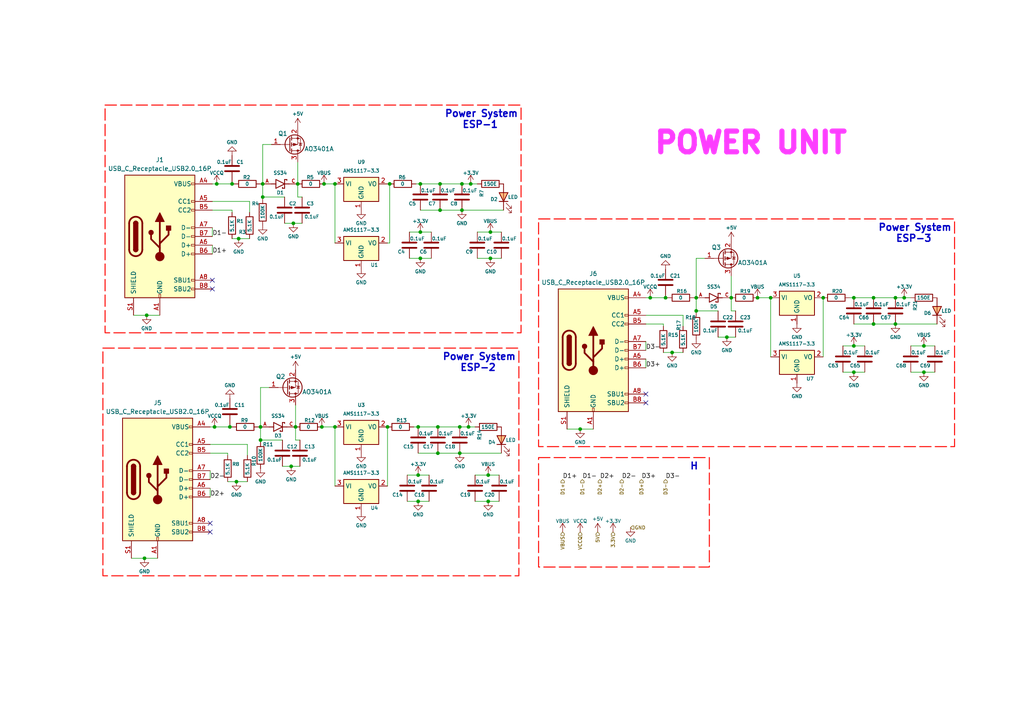
<source format=kicad_sch>
(kicad_sch (version 20230121) (generator eeschema)
  (paper "A4")
  (title_block (title "USB-Power unit") (date "2024-11-28") (rev "V2") (company "KRS_Dharma_bot"))
  (lib_symbols
    (symbol "Connector:USB_C_Receptacle_USB2.0_16P" (pin_names (offset 1.016))
      (property "Reference" "J" (at 0 22.225 0))
      (property "Value" "USB_C_Receptacle_USB2.0_16P" (at 0 19.685 0))
      (symbol "USB_C_Receptacle_USB2.0_16P_1_1"
        (pin passive line (at 0 -22.86 90) (length 5.08) (name "GND") (number "A1"))
        (pin passive line (at 0 -22.86 90) (length 5.08) hide (name "GND") (number "A12"))
        (pin passive line (at 15.24 15.24 180) (length 5.08) (name "VBUS") (number "A4"))
        (pin bidirectional line (at 15.24 10.16 180) (length 5.08) (name "CC1") (number "A5"))
        (pin bidirectional line (at 15.24 -2.54 180) (length 5.08) (name "D+") (number "A6"))
        (pin bidirectional line (at 15.24 2.54 180) (length 5.08) (name "D-") (number "A7"))
        (pin bidirectional line (at 15.24 -12.7 180) (length 5.08) (name "SBU1") (number "A8"))
        (pin passive line (at 15.24 15.24 180) (length 5.08) hide (name "VBUS") (number "A9"))
        (pin passive line (at 0 -22.86 90) (length 5.08) hide (name "GND") (number "B1"))
        (pin passive line (at 0 -22.86 90) (length 5.08) hide (name "GND") (number "B12"))
        (pin passive line (at 15.24 15.24 180) (length 5.08) hide (name "VBUS") (number "B4"))
        (pin bidirectional line (at 15.24 7.62 180) (length 5.08) (name "CC2") (number "B5"))
        (pin bidirectional line (at 15.24 -5.08 180) (length 5.08) (name "D+") (number "B6"))
        (pin bidirectional line (at 15.24 0 180) (length 5.08) (name "D-") (number "B7"))
        (pin bidirectional line (at 15.24 -15.24 180) (length 5.08) (name "SBU2") (number "B8"))
        (pin passive line (at 15.24 15.24 180) (length 5.08) hide (name "VBUS") (number "B9"))
        (pin passive line (at -7.62 -22.86 90) (length 5.08) (name "SHIELD") (number "S1"))
      )
    )
    (symbol "Device:C" (pin_numbers hide) (pin_names (offset 0.254))
      (property "Reference" "C" (at 0.635 2.54 0))
      (property "Value" "C" (at 0.635 -2.54 0))
      (symbol "C_1_1"
        (pin passive line (at 0 3.81 270) (length 2.794) (name "~") (number "1"))
        (pin passive line (at 0 -3.81 90) (length 2.794) (name "~") (number "2"))
      )
    )
    (symbol "Device:LED" (pin_numbers hide) (pin_names (offset 1.016) hide)
      (property "Reference" "D" (at 0 2.54 0))
      (property "Value" "LED" (at 0 -2.54 0))
      (symbol "LED_1_1"
        (pin passive line (at -3.81 0 0) (length 2.54) (name "K") (number "1"))
        (pin passive line (at 3.81 0 180) (length 2.54) (name "A") (number "2"))
      )
    )
    (symbol "Device:R" (pin_numbers hide) (pin_names (offset 0))
      (property "Reference" "R" (at 2.032 0 90))
      (property "Value" "R" (at 0 0 90))
      (symbol "R_1_1"
        (pin passive line (at 0 3.81 270) (length 1.27) (name "~") (number "1"))
        (pin passive line (at 0 -3.81 90) (length 1.27) (name "~") (number "2"))
      )
    )
    (symbol "Regulator_Linear:AMS1117-3.3"
      (property "Reference" "U" (at -3.81 3.175 0))
      (property "Value" "AMS1117-3.3" (at 0 3.175 0))
      (symbol "AMS1117-3.3_1_1"
        (pin power_in line (at 0 -7.62 90) (length 2.54) (name "GND") (number "1"))
        (pin power_out line (at 7.62 0 180) (length 2.54) (name "VO") (number "2"))
        (pin power_in line (at -7.62 0 0) (length 2.54) (name "VI") (number "3"))
      )
    )
    (symbol "SS34:SS34" (pin_names (offset 1.016))
      (property "Reference" "D" (at -5.08 2.54 0))
      (property "Value" "SS34" (at -5.08 -3.81 0))
      (symbol "SS34_0_0"
        (pin passive line (at -5.08 0 0) (length 2.54) (name "~") (number "A"))
        (pin passive line (at 5.08 0 180) (length 2.54) (name "~") (number "C"))
      )
    )
    (symbol "Transistor_FET:AO3401A" (pin_names hide)
      (property "Reference" "Q" (at 5.08 1.905 0))
      (property "Value" "AO3401A" (at 5.08 0 0))
      (symbol "AO3401A_1_1"
        (pin input line (at -5.08 0 0) (length 2.54) (name "G") (number "1"))
        (pin passive line (at 2.54 -5.08 90) (length 2.54) (name "S") (number "2"))
        (pin passive line (at 2.54 5.08 270) (length 2.54) (name "D") (number "3"))
      )
    )
    (symbol "power:+3.3V" (power) (pin_names (offset 0))
      (property "Value" "+3.3V" (at 0 3.556 0))
      (symbol "+3.3V_1_1"
        (pin power_in line (at 0 0 90) (length 0) hide (name "+3.3V") (number "1"))
      )
    )
    (symbol "power:+5V" (power) (pin_names (offset 0))
      (property "Value" "+5V" (at 0 3.556 0))
      (symbol "+5V_1_1"
        (pin power_in line (at 0 0 90) (length 0) hide (name "+5V") (number "1"))
      )
    )
    (symbol "power:GND" (power) (pin_names (offset 0))
      (property "Value" "GND" (at 0 -3.81 0))
      (symbol "GND_1_1"
        (pin power_in line (at 0 0 270) (length 0) hide (name "GND") (number "1"))
      )
    )
    (symbol "power:VBUS" (power) (pin_names (offset 0))
      (property "Value" "VBUS" (at 0 3.81 0))
      (symbol "VBUS_1_1"
        (pin power_in line (at 0 0 90) (length 0) hide (name "VBUS") (number "1"))
      )
    )
    (symbol "power:VCCQ" (power) (pin_names (offset 0))
      (property "Value" "VCCQ" (at 0 3.81 0))
      (symbol "VCCQ_1_1"
        (pin power_in line (at 0 0 90) (length 0) hide (name "VCCQ") (number "1"))
      )
    )
  )
  (junction (at 142.24 74.93))
  (junction (at 85.725 123.825))
  (junction (at 42.545 91.44))
  (junction (at 75.565 123.825))
  (junction (at 62.23 123.825))
  (junction (at 267.97 100.33))
  (junction (at 97.155 53.34))
  (junction (at 133.35 123.825))
  (junction (at 188.595 86.36))
  (junction (at 121.92 74.93))
  (junction (at 136.525 53.34))
  (junction (at 133.985 53.34))
  (junction (at 86.36 53.34))
  (junction (at 219.71 86.36))
  (junction (at 85.09 64.77))
  (junction (at 127.635 60.96))
  (junction (at 133.35 131.445))
  (junction (at 121.92 53.34))
  (junction (at 247.65 100.33))
  (junction (at 66.675 123.825))
  (junction (at 253.365 86.36))
  (junction (at 238.76 86.36))
  (junction (at 247.65 86.36))
  (junction (at 259.715 93.98))
  (junction (at 121.285 123.825))
  (junction (at 84.455 135.255))
  (junction (at 201.93 86.36))
  (junction (at 142.24 67.31))
  (junction (at 97.155 123.825))
  (junction (at 135.89 123.825))
  (junction (at 210.82 97.79))
  (junction (at 76.2 53.34))
  (junction (at 68.58 139.7))
  (junction (at 69.215 69.215))
  (junction (at 253.365 93.98))
  (junction (at 121.92 67.31))
  (junction (at 93.345 123.825))
  (junction (at 262.255 86.36))
  (junction (at 127 131.445))
  (junction (at 75.565 127.635))
  (junction (at 113.03 53.34))
  (junction (at 67.31 53.34))
  (junction (at 141.605 137.795))
  (junction (at 141.605 145.415))
  (junction (at 121.285 137.795))
  (junction (at 267.97 107.95))
  (junction (at 168.275 124.46))
  (junction (at 201.93 90.17))
  (junction (at 121.285 145.415))
  (junction (at 223.52 86.36))
  (junction (at 259.715 86.36))
  (junction (at 62.865 53.34))
  (junction (at 76.2 57.15))
  (junction (at 133.985 60.96))
  (junction (at 193.04 86.36))
  (junction (at 247.65 107.95))
  (junction (at 127 123.825))
  (junction (at 212.09 86.36))
  (junction (at 93.98 53.34))
  (junction (at 112.395 123.825))
  (junction (at 41.91 161.925))
  (junction (at 194.945 102.235))
  (junction (at 127.635 53.34))
  (no_connect (at 61.595 81.28))
  (no_connect (at 60.96 151.765))
  (no_connect (at 187.325 116.84))
  (no_connect (at 60.96 154.305))
  (no_connect (at 187.325 114.3))
  (no_connect (at 61.595 83.82))
  (wire (pts (xy 210.82 97.79) (xy 213.36 97.79)))
  (wire (pts (xy 85.725 127.635) (xy 86.995 127.635)))
  (wire (pts (xy 38.1 161.925) (xy 41.91 161.925)))
  (wire (pts (xy 193.04 86.36) (xy 193.675 86.36)))
  (wire (pts (xy 187.325 91.44) (xy 198.12 91.44)))
  (wire (pts (xy 67.31 53.34) (xy 67.945 53.34)))
  (wire (pts (xy 112.395 53.34) (xy 113.03 53.34)))
  (wire (pts (xy 74.93 123.825) (xy 75.565 123.825)))
  (wire (pts (xy 61.595 60.96) (xy 67.31 60.96)))
  (wire (pts (xy 86.36 53.34) (xy 86.36 57.15)))
  (wire (pts (xy 219.71 86.36) (xy 223.52 86.36)))
  (wire (pts (xy 259.715 93.98) (xy 271.78 93.98)))
  (wire (pts (xy 60.96 141.605) (xy 60.96 144.145)))
  (wire (pts (xy 86.36 46.99) (xy 86.36 53.34)))
  (wire (pts (xy 66.04 131.445) (xy 66.04 132.08)))
  (wire (pts (xy 136.525 53.34) (xy 138.43 53.34)))
  (wire (pts (xy 244.475 107.95) (xy 247.65 107.95)))
  (wire (pts (xy 127.635 60.96) (xy 133.985 60.96)))
  (wire (pts (xy 121.92 67.31) (xy 125.095 67.31)))
  (wire (pts (xy 118.745 74.93) (xy 121.92 74.93)))
  (wire (pts (xy 187.325 104.14) (xy 187.325 106.68)))
  (wire (pts (xy 264.16 100.33) (xy 267.97 100.33)))
  (wire (pts (xy 60.96 131.445) (xy 66.04 131.445)))
  (wire (pts (xy 60.96 128.905) (xy 71.755 128.905)))
  (wire (pts (xy 72.39 58.42) (xy 72.39 61.595)))
  (wire (pts (xy 93.98 53.34) (xy 97.155 53.34)))
  (wire (pts (xy 137.795 137.795) (xy 141.605 137.795)))
  (wire (pts (xy 121.285 123.825) (xy 127 123.825)))
  (wire (pts (xy 66.675 123.19) (xy 66.675 123.825)))
  (wire (pts (xy 69.215 69.215) (xy 72.39 69.215)))
  (wire (pts (xy 135.89 123.825) (xy 137.795 123.825)))
  (wire (pts (xy 85.725 123.825) (xy 85.725 127.635)))
  (wire (pts (xy 66.675 123.825) (xy 67.31 123.825)))
  (wire (pts (xy 141.605 145.415) (xy 144.78 145.415)))
  (wire (pts (xy 112.395 70.485) (xy 113.03 70.485)))
  (wire (pts (xy 97.155 53.34) (xy 97.155 70.485)))
  (wire (pts (xy 187.325 93.98) (xy 192.405 93.98)))
  (wire (pts (xy 194.945 102.235) (xy 198.12 102.235)))
  (wire (pts (xy 201.93 86.36) (xy 201.93 90.17)))
  (wire (pts (xy 212.09 86.36) (xy 212.09 90.17)))
  (wire (pts (xy 141.605 137.795) (xy 144.78 137.795)))
  (wire (pts (xy 121.92 60.96) (xy 127.635 60.96)))
  (wire (pts (xy 75.565 112.395) (xy 75.565 123.825)))
  (wire (pts (xy 85.09 64.77) (xy 87.63 64.77)))
  (wire (pts (xy 262.255 86.36) (xy 264.16 86.36)))
  (wire (pts (xy 121.285 123.825) (xy 120.015 123.825)))
  (wire (pts (xy 201.93 90.17) (xy 201.93 90.805)))
  (wire (pts (xy 41.91 161.925) (xy 45.72 161.925)))
  (wire (pts (xy 68.58 139.7) (xy 71.755 139.7)))
  (wire (pts (xy 121.92 53.34) (xy 127.635 53.34)))
  (wire (pts (xy 133.985 53.34) (xy 136.525 53.34)))
  (wire (pts (xy 71.755 128.905) (xy 71.755 132.08)))
  (wire (pts (xy 62.865 53.34) (xy 67.31 53.34)))
  (wire (pts (xy 137.795 145.415) (xy 141.605 145.415)))
  (wire (pts (xy 76.2 53.34) (xy 76.2 57.15)))
  (wire (pts (xy 118.11 145.415) (xy 121.285 145.415)))
  (wire (pts (xy 81.915 135.255) (xy 84.455 135.255)))
  (wire (pts (xy 66.04 139.7) (xy 68.58 139.7)))
  (wire (pts (xy 75.565 127.635) (xy 75.565 128.27)))
  (wire (pts (xy 61.595 58.42) (xy 72.39 58.42)))
  (wire (pts (xy 97.155 123.825) (xy 97.155 140.97)))
  (wire (pts (xy 76.2 57.15) (xy 76.2 57.785)))
  (wire (pts (xy 187.325 86.36) (xy 188.595 86.36)))
  (wire (pts (xy 253.365 93.98) (xy 259.715 93.98)))
  (wire (pts (xy 247.65 100.33) (xy 250.825 100.33)))
  (wire (pts (xy 267.97 100.33) (xy 271.145 100.33)))
  (wire (pts (xy 244.475 100.33) (xy 247.65 100.33)))
  (wire (pts (xy 67.31 69.215) (xy 69.215 69.215)))
  (wire (pts (xy 82.55 64.77) (xy 85.09 64.77)))
  (wire (pts (xy 247.65 93.98) (xy 253.365 93.98)))
  (wire (pts (xy 193.04 85.725) (xy 193.04 86.36)))
  (wire (pts (xy 121.285 137.795) (xy 124.46 137.795)))
  (wire (pts (xy 192.405 93.98) (xy 192.405 94.615)))
  (wire (pts (xy 168.275 124.46) (xy 172.085 124.46)))
  (wire (pts (xy 164.465 124.46) (xy 168.275 124.46)))
  (wire (pts (xy 76.2 57.15) (xy 82.55 57.15)))
  (wire (pts (xy 259.715 86.36) (xy 262.255 86.36)))
  (wire (pts (xy 62.23 123.825) (xy 66.675 123.825)))
  (wire (pts (xy 133.35 123.825) (xy 135.89 123.825)))
  (wire (pts (xy 247.65 107.95) (xy 250.825 107.95)))
  (wire (pts (xy 127.635 53.34) (xy 133.985 53.34)))
  (wire (pts (xy 86.36 57.15) (xy 87.63 57.15)))
  (wire (pts (xy 76.2 41.91) (xy 78.74 41.91)))
  (wire (pts (xy 201.93 74.93) (xy 201.93 86.36)))
  (wire (pts (xy 75.565 112.395) (xy 78.105 112.395)))
  (wire (pts (xy 113.03 70.485) (xy 113.03 53.34)))
  (wire (pts (xy 133.35 131.445) (xy 145.415 131.445)))
  (wire (pts (xy 76.2 41.91) (xy 76.2 53.34)))
  (wire (pts (xy 192.405 102.235) (xy 194.945 102.235)))
  (wire (pts (xy 133.985 60.96) (xy 146.05 60.96)))
  (wire (pts (xy 67.31 60.96) (xy 67.31 61.595)))
  (wire (pts (xy 84.455 135.255) (xy 86.995 135.255)))
  (wire (pts (xy 142.24 74.93) (xy 145.415 74.93)))
  (wire (pts (xy 212.09 80.01) (xy 212.09 86.36)))
  (wire (pts (xy 208.28 97.79) (xy 210.82 97.79)))
  (wire (pts (xy 121.92 53.34) (xy 120.65 53.34)))
  (wire (pts (xy 238.76 86.36) (xy 238.76 103.505)))
  (wire (pts (xy 187.325 99.06) (xy 187.325 101.6)))
  (wire (pts (xy 223.52 86.36) (xy 223.52 103.505)))
  (wire (pts (xy 118.11 137.795) (xy 121.285 137.795)))
  (wire (pts (xy 121.285 145.415) (xy 124.46 145.415)))
  (wire (pts (xy 127 131.445) (xy 133.35 131.445)))
  (wire (pts (xy 42.545 91.44) (xy 46.355 91.44)))
  (wire (pts (xy 75.565 53.34) (xy 76.2 53.34)))
  (wire (pts (xy 267.97 107.95) (xy 271.145 107.95)))
  (wire (pts (xy 121.285 131.445) (xy 127 131.445)))
  (wire (pts (xy 212.09 90.17) (xy 213.36 90.17)))
  (wire (pts (xy 127 123.825) (xy 133.35 123.825)))
  (wire (pts (xy 75.565 123.825) (xy 75.565 127.635)))
  (wire (pts (xy 93.345 123.825) (xy 97.155 123.825)))
  (wire (pts (xy 75.565 127.635) (xy 81.915 127.635)))
  (wire (pts (xy 61.595 71.12) (xy 61.595 73.66)))
  (wire (pts (xy 112.395 123.825) (xy 112.395 140.97)))
  (wire (pts (xy 38.735 91.44) (xy 42.545 91.44)))
  (wire (pts (xy 201.93 90.17) (xy 208.28 90.17)))
  (wire (pts (xy 247.65 86.36) (xy 253.365 86.36)))
  (wire (pts (xy 138.43 67.31) (xy 142.24 67.31)))
  (wire (pts (xy 201.93 74.93) (xy 204.47 74.93)))
  (wire (pts (xy 198.12 91.44) (xy 198.12 94.615)))
  (wire (pts (xy 61.595 66.04) (xy 61.595 68.58)))
  (wire (pts (xy 121.92 74.93) (xy 125.095 74.93)))
  (wire (pts (xy 61.595 53.34) (xy 62.865 53.34)))
  (wire (pts (xy 138.43 74.93) (xy 142.24 74.93)))
  (wire (pts (xy 85.725 117.475) (xy 85.725 123.825)))
  (wire (pts (xy 60.96 123.825) (xy 62.23 123.825)))
  (wire (pts (xy 253.365 86.36) (xy 259.715 86.36)))
  (wire (pts (xy 142.24 67.31) (xy 145.415 67.31)))
  (wire (pts (xy 60.96 136.525) (xy 60.96 139.065)))
  (wire (pts (xy 264.16 107.95) (xy 267.97 107.95)))
  (wire (pts (xy 118.745 67.31) (xy 121.92 67.31)))
  (wire (pts (xy 67.31 52.705) (xy 67.31 53.34)))
  (wire (pts (xy 247.65 86.36) (xy 246.38 86.36)))
  (wire (pts (xy 188.595 86.36) (xy 193.04 86.36)))
  (wire (pts (xy 201.295 86.36) (xy 201.93 86.36)))
  (rectangle (start 156.21 132.715) (end 205.74 164.465) (stroke (width 0.3) (type dash) (color 255 16 12 1)))
  (rectangle (start 156.21 63.5) (end 276.86 129.54) (stroke (width 0.3) (type dash) (color 255 16 12 1)))
  (rectangle (start 30.48 30.48) (end 151.13 96.52) (stroke (width 0.3) (type dash) (color 255 16 12 1)))
  (rectangle (start 29.845 100.965) (end 150.495 167.005) (stroke (width 0.3) (type dash) (color 255 16 12 1)))
  (text "POWER UNIT\n" (at 189.23 45.085 0) (effects (font (size 6 6) (thickness 1.6) bold) (justify left bottom)))
  (text "H\n" (at 200.025 136.525 0) (effects (font (size 2 2) (thickness 0.4) bold) (justify left bottom)))
  (text "Power System\n" (at 254.635 67.31 0) (effects (font (size 2 2) (thickness 0.4) bold) (justify left bottom)))
  (text "ESP-1" (at 133.985 37.465 0) (effects (font (size 2 2) (thickness 0.4) bold) (justify left bottom)))
  (text "Power System\n" (at 128.27 104.775 0) (effects (font (size 2 2) (thickness 0.4) bold) (justify left bottom)))
  (text "Power System\n" (at 128.905 34.29 0) (effects (font (size 2 2) (thickness 0.4) bold) (justify left bottom)))
  (text "ESP-2\n" (at 133.35 107.95 0) (effects (font (size 2 2) (thickness 0.4) bold) (justify left bottom)))
  (text "ESP-3" (at 259.715 70.485 0) (effects (font (size 2 2) (thickness 0.4) bold) (justify left bottom)))
  (label "D2+" (at 60.96 144.145 0))
  (label "D1-" (at 61.595 68.58 0))
  (label "D1-" (at 168.91 139.065 0))
  (label "D3-" (at 193.04 139.065 0))
  (label "D2-" (at 180.34 139.065 0))
  (label "D2+" (at 173.99 139.065 0))
  (label "D3+" (at 186.055 139.065 0))
  (label "D2-" (at 60.96 139.065 0))
  (label "D1+" (at 61.595 73.66 0))
  (label "D3-" (at 187.325 101.6 0))
  (label "D1+" (at 163.195 139.065 0))
  (label "D3+" (at 187.325 106.68 0))
  (hierarchical_label "5V" (shape input) (at 173.355 154.305 270) (effects (font (size 1 1))))
  (hierarchical_label "D3-" (shape input) (at 193.04 139.065 270) (effects (font (size 1 1))))
  (hierarchical_label "D2+" (shape input) (at 173.99 139.065 270) (effects (font (size 1 1))))
  (hierarchical_label "3.3V" (shape input) (at 177.8 154.305 270) (effects (font (size 1 1))))
  (hierarchical_label "GND" (shape input) (at 182.88 153.035 0) (effects (font (size 1 1))))
  (hierarchical_label "VCCQ" (shape input) (at 168.275 154.305 270) (effects (font (size 1 1))))
  (hierarchical_label "D3+" (shape input) (at 186.055 139.065 270) (effects (font (size 1 1))))
  (hierarchical_label "VBUS" (shape input) (at 163.195 154.305 270) (effects (font (size 1 1))))
  (hierarchical_label "D1-" (shape input) (at 168.91 139.065 270) (effects (font (size 1 1))))
  (hierarchical_label "D2-" (shape input) (at 180.34 139.065 270) (effects (font (size 1 1))))
  (hierarchical_label "D1+" (shape input) (at 163.195 139.065 270) (effects (font (size 1 1))))
  (symbol (lib_id "Device:C") (at 125.095 71.12 0) (unit 1)
    (property "Reference" "C6" (at 123.825 73.025 0) (effects (font (size 1 1)) (justify right)))
    (property "Value" "0.1uF" (at 129.54 69.215 0) (effects (font (size 1 1)) (justify right)))
    (property "Footprint" "Capacitor_SMD:C_0402_1005Metric" (effects hide))
  )
  (symbol (lib_id "Device:C") (at 138.43 71.12 0) (unit 1)
    (property "Reference" "C9" (at 137.16 73.025 0) (effects (font (size 1 1)) (justify right)))
    (property "Value" "0.1uF" (at 142.875 69.215 0) (effects (font (size 1 1)) (justify right)))
    (property "Footprint" "Capacitor_SMD:C_0402_1005Metric" (effects hide))
  )
  (symbol (lib_id "Device:C") (at 81.915 131.445 180) (unit 1)
    (property "Reference" "C12" (at 83.185 129.54 0) (effects (font (size 1 1)) (justify right)))
    (property "Value" "0.1uF" (at 77.47 133.35 0) (effects (font (size 1 1)) (justify right)))
    (property "Footprint" "Capacitor_SMD:C_0402_1005Metric" (effects hide))
  )
  (symbol (lib_id "power:VCCQ") (at 62.865 53.34 0) (unit 1)
    (property "Reference" "#PWR07" (effects hide))
    (property "Value" "VCCQ" (at 62.865 50.165 0) (effects (font (size 1 1))))
  )
  (symbol (lib_id "Device:C") (at 82.55 60.96 180) (unit 1)
    (property "Reference" "C2" (at 83.82 59.055 0) (effects (font (size 1 1)) (justify right)))
    (property "Value" "0.1uF" (at 78.105 62.865 0) (effects (font (size 1 1)) (justify right)))
    (property "Footprint" "Capacitor_SMD:C_0402_1005Metric" (effects hide))
  )
  (symbol (lib_id "Device:R") (at 141.605 123.825 90) (unit 1)
    (property "Reference" "R14" (at 139.065 127.635 0) (effects (font (size 1 1)) (justify left)))
    (property "Value" "150E" (at 143.51 123.825 90) (effects (font (size 1 1)) (justify left)))
    (property "Footprint" "Resistor_SMD:R_0402_1005Metric" (effects hide))
  )
  (symbol (lib_id "Regulator_Linear:AMS1117-3.3") (at 104.775 123.825 0) (unit 1)
    (property "Reference" "U3" (at 104.775 117.475 0) (effects (font (size 1 1))))
    (property "Value" "AMS1117-3.3" (at 104.775 120.015 0) (effects (font (size 1 1))))
    (property "Footprint" "Package_TO_SOT_SMD:SOT-223-3_TabPin2" (effects hide))
    (property "Datasheet" "http://www.advanced-monolithic.com/pdf/ds1117.pdf" (effects hide))
  )
  (symbol (lib_id "power:GND") (at 104.775 131.445 0) (unit 1)
    (property "Reference" "#PWR010" (effects hide))
    (property "Value" "GND" (at 104.775 135.255 0) (effects (font (size 1 1))))
  )
  (symbol (lib_id "Device:C") (at 247.65 90.17 0) (unit 1)
    (property "Reference" "C64" (at 246.38 92.075 0) (effects (font (size 1 1)) (justify right)))
    (property "Value" "0.1uF" (at 252.095 88.265 0) (effects (font (size 1 1)) (justify right)))
    (property "Footprint" "Capacitor_SMD:C_0402_1005Metric" (effects hide))
  )
  (symbol (lib_id "Device:C") (at 137.795 141.605 0) (unit 1)
    (property "Reference" "C19" (at 136.525 143.51 0) (effects (font (size 1 1)) (justify right)))
    (property "Value" "0.1uF" (at 142.24 139.7 0) (effects (font (size 1 1)) (justify right)))
    (property "Footprint" "Capacitor_SMD:C_0402_1005Metric" (effects hide))
  )
  (symbol (lib_id "power:GND") (at 141.605 145.415 0) (unit 1)
    (property "Reference" "#PWR031" (effects hide))
    (property "Value" "GND" (at 141.605 149.225 0) (effects (font (size 1 1))))
  )
  (symbol (lib_id "Device:LED") (at 145.415 127.635 90) (unit 1)
    (property "Reference" "D4" (at 141.605 128.27 90) (effects (font (size 1 1)) (justify right)))
    (property "Value" "LED" (at 146.685 127.635 90) (effects (font (size 1 1)) (justify right)))
    (property "Footprint" "LED_SMD:LED_0402_1005Metric" (effects hide))
  )
  (symbol (lib_id "power:GND") (at 182.88 153.035 0) (unit 1)
    (property "Reference" "#PWR0212" (effects hide))
    (property "Value" "GND" (at 182.88 156.845 0) (effects (font (size 1 1))))
  )
  (symbol (lib_id "power:VBUS") (at 93.98 53.34 0) (unit 1)
    (property "Reference" "#PWR08" (effects hide))
    (property "Value" "VBUS" (at 93.98 50.165 0) (effects (font (size 1 1))))
  )
  (symbol (lib_id "power:GND") (at 69.215 69.215 0) (unit 1)
    (property "Reference" "#PWR04" (effects hide))
    (property "Value" "GND" (at 69.215 73.025 0) (effects (font (size 1 1))))
  )
  (symbol (lib_id "Device:C") (at 271.145 104.14 0) (unit 1)
    (property "Reference" "C69" (at 269.875 106.045 0) (effects (font (size 1 1)) (justify right)))
    (property "Value" "0.1uF" (at 275.59 102.235 0) (effects (font (size 1 1)) (justify right)))
    (property "Footprint" "Capacitor_SMD:C_0402_1005Metric" (effects hide))
  )
  (symbol (lib_id "power:VBUS") (at 141.605 137.795 0) (unit 1)
    (property "Reference" "#PWR030" (effects hide))
    (property "Value" "VBUS" (at 141.605 134.62 0) (effects (font (size 1 1))))
  )
  (symbol (lib_id "Device:R") (at 72.39 65.405 0) (unit 1)
    (property "Reference" "R3" (at 69.215 67.31 0) (effects (font (size 1 1)) (justify left)))
    (property "Value" "5.1K" (at 72.39 67.31 90) (effects (font (size 1 1)) (justify left)))
    (property "Footprint" "Resistor_SMD:R_0402_1005Metric" (effects hide))
  )
  (symbol (lib_id "power:+5V") (at 212.09 69.85 0) (unit 1)
    (property "Reference" "#PWR038" (effects hide))
    (property "Value" "+5V" (at 212.09 66.04 0) (effects (font (size 1 1))))
  )
  (symbol (lib_id "Device:C") (at 250.825 104.14 0) (unit 1)
    (property "Reference" "C65" (at 249.555 106.045 0) (effects (font (size 1 1)) (justify right)))
    (property "Value" "0.1uF" (at 255.27 102.235 0) (effects (font (size 1 1)) (justify right)))
    (property "Footprint" "Capacitor_SMD:C_0402_1005Metric" (effects hide))
  )
  (symbol (lib_id "Device:C") (at 244.475 104.14 0) (unit 1)
    (property "Reference" "C63" (at 243.205 106.045 0) (effects (font (size 1 1)) (justify right)))
    (property "Value" "0.1uF" (at 248.92 102.235 0) (effects (font (size 1 1)) (justify right)))
    (property "Footprint" "Capacitor_SMD:C_0402_1005Metric" (effects hide))
  )
  (symbol (lib_id "Device:R") (at 71.755 53.34 270) (unit 1)
    (property "Reference" "R2" (at 70.485 51.435 90) (effects (font (size 1 1)) (justify left)))
    (property "Value" "0" (at 71.12 53.34 90) (effects (font (size 1 1)) (justify left)))
    (property "Footprint" "Resistor_SMD:R_0402_1005Metric" (effects hide))
  )
  (symbol (lib_id "power:GND") (at 231.14 111.125 0) (unit 1)
    (property "Reference" "#PWR040" (effects hide))
    (property "Value" "GND" (at 231.14 114.935 0) (effects (font (size 1 1))))
  )
  (symbol (lib_id "Transistor_FET:AO3401A") (at 83.185 112.395 0) (mirror x) (unit 1)
    (property "Reference" "Q2" (at 80.01 109.22 0) (effects (justify left)))
    (property "Value" "AO3401A" (at 87.63 113.665 0) (effects (justify left)))
    (property "Footprint" "Package_TO_SOT_SMD:SOT-23" (effects hide))
    (property "Datasheet" "http://www.aosmd.com/pdfs/datasheet/AO3401A.pdf" (effects hide))
  )
  (symbol (lib_id "Device:R") (at 198.12 98.425 0) (unit 1)
    (property "Reference" "R17" (at 196.85 95.885 90) (effects (font (size 1 1)) (justify left)))
    (property "Value" "5.1K" (at 198.12 100.33 90) (effects (font (size 1 1)) (justify left)))
    (property "Footprint" "Resistor_SMD:R_0402_1005Metric" (effects hide))
  )
  (symbol (lib_id "Device:R") (at 71.755 135.89 0) (unit 1)
    (property "Reference" "R10" (at 73.66 135.255 90) (effects (font (size 1 1)) (justify left)))
    (property "Value" "5.1K" (at 71.755 137.795 90) (effects (font (size 1 1)) (justify left)))
    (property "Footprint" "Resistor_SMD:R_0402_1005Metric" (effects hide))
  )
  (symbol (lib_id "power:GND") (at 193.04 78.105 180) (unit 1)
    (property "Reference" "#PWR034" (effects hide))
    (property "Value" "GND" (at 193.04 74.295 0) (effects (font (size 1 1))))
  )
  (symbol (lib_id "power:+5V") (at 86.36 36.83 0) (unit 1)
    (property "Reference" "#PWR069" (effects hide))
    (property "Value" "+5V" (at 86.36 33.02 0) (effects (font (size 1 1))))
  )
  (symbol (lib_id "power:VBUS") (at 93.345 123.825 0) (unit 1)
    (property "Reference" "#PWR023" (effects hide))
    (property "Value" "VBUS" (at 93.345 120.65 0) (effects (font (size 1 1))))
  )
  (symbol (lib_id "Device:C") (at 66.675 119.38 180) (unit 1)
    (property "Reference" "C11" (at 67.945 117.475 0) (effects (font (size 1 1)) (justify right)))
    (property "Value" "0.1uF" (at 62.23 117.475 0) (effects (font (size 1 1)) (justify right)))
    (property "Footprint" "Capacitor_SMD:C_0402_1005Metric" (effects hide))
  )
  (symbol (lib_id "Device:C") (at 127.635 57.15 0) (unit 1)
    (property "Reference" "C7" (at 126.365 59.055 0) (effects (font (size 1 1)) (justify right)))
    (property "Value" "0.1uF" (at 132.08 55.245 0) (effects (font (size 1 1)) (justify right)))
    (property "Footprint" "Capacitor_SMD:C_0402_1005Metric" (effects hide))
  )
  (symbol (lib_id "Device:C") (at 121.285 127.635 0) (unit 1)
    (property "Reference" "C15" (at 120.015 129.54 0) (effects (font (size 1 1)) (justify right)))
    (property "Value" "0.1uF" (at 125.73 125.73 0) (effects (font (size 1 1)) (justify right)))
    (property "Footprint" "Capacitor_SMD:C_0402_1005Metric" (effects hide))
  )
  (symbol (lib_id "Device:C") (at 264.16 104.14 0) (unit 1)
    (property "Reference" "C68" (at 262.89 106.045 0) (effects (font (size 1 1)) (justify right)))
    (property "Value" "0.1uF" (at 268.605 102.235 0) (effects (font (size 1 1)) (justify right)))
    (property "Footprint" "Capacitor_SMD:C_0402_1005Metric" (effects hide))
  )
  (symbol (lib_id "Device:C") (at 253.365 90.17 0) (unit 1)
    (property "Reference" "C66" (at 252.095 92.075 0) (effects (font (size 1 1)) (justify right)))
    (property "Value" "0.1uF" (at 257.81 88.265 0) (effects (font (size 1 1)) (justify right)))
    (property "Footprint" "Capacitor_SMD:C_0402_1005Metric" (effects hide))
  )
  (symbol (lib_id "Device:C") (at 118.745 71.12 0) (unit 1)
    (property "Reference" "C4" (at 117.475 73.025 0) (effects (font (size 1 1)) (justify right)))
    (property "Value" "0.1uF" (at 123.19 69.215 0) (effects (font (size 1 1)) (justify right)))
    (property "Footprint" "Capacitor_SMD:C_0402_1005Metric" (effects hide))
  )
  (symbol (lib_id "power:VCCQ") (at 62.23 123.825 0) (unit 1)
    (property "Reference" "#PWR017" (effects hide))
    (property "Value" "VCCQ" (at 62.23 120.65 0) (effects (font (size 1 1))))
  )
  (symbol (lib_id "Regulator_Linear:AMS1117-3.3") (at 104.775 140.97 0) (unit 1)
    (property "Reference" "U4" (at 108.585 147.32 0) (effects (font (size 1 1))))
    (property "Value" "AMS1117-3.3" (at 104.775 137.16 0) (effects (font (size 1 1))))
    (property "Footprint" "Package_TO_SOT_SMD:SOT-223-3_TabPin2" (effects hide))
    (property "Datasheet" "http://www.advanced-monolithic.com/pdf/ds1117.pdf" (effects hide))
  )
  (symbol (lib_id "power:GND") (at 133.985 60.96 0) (unit 1)
    (property "Reference" "#PWR013" (effects hide))
    (property "Value" "GND" (at 133.985 64.77 0) (effects (font (size 1 1))))
  )
  (symbol (lib_id "Device:C") (at 121.92 57.15 0) (unit 1)
    (property "Reference" "C5" (at 120.65 59.055 0) (effects (font (size 1 1)) (justify right)))
    (property "Value" "0.1uF" (at 126.365 55.245 0) (effects (font (size 1 1)) (justify right)))
    (property "Footprint" "Capacitor_SMD:C_0402_1005Metric" (effects hide))
  )
  (symbol (lib_id "power:GND") (at 84.455 135.255 0) (unit 1)
    (property "Reference" "#PWR021" (effects hide))
    (property "Value" "GND" (at 84.455 139.065 0) (effects (font (size 1 1))))
  )
  (symbol (lib_id "power:GND") (at 121.92 74.93 0) (unit 1)
    (property "Reference" "#PWR012" (effects hide))
    (property "Value" "GND" (at 121.92 78.74 0) (effects (font (size 1 1))))
  )
  (symbol (lib_id "power:VBUS") (at 163.195 154.305 0) (unit 1)
    (property "Reference" "#PWR0211" (effects hide))
    (property "Value" "VBUS" (at 163.195 151.13 0) (effects (font (size 1 1))))
  )
  (symbol (lib_id "Device:R") (at 67.31 65.405 0) (unit 1)
    (property "Reference" "R1" (at 68.58 64.135 0) (effects (font (size 1 1)) (justify left)))
    (property "Value" "5.1K" (at 67.31 67.31 90) (effects (font (size 1 1)) (justify left)))
    (property "Footprint" "Resistor_SMD:R_0402_1005Metric" (effects hide))
  )
  (symbol (lib_id "power:GND") (at 267.97 107.95 0) (unit 1)
    (property "Reference" "#PWR064" (effects hide))
    (property "Value" "GND" (at 267.97 111.76 0) (effects (font (size 1 1))))
  )
  (symbol (lib_id "Device:C") (at 145.415 71.12 0) (unit 1)
    (property "Reference" "C10" (at 144.145 73.025 0) (effects (font (size 1 1)) (justify right)))
    (property "Value" "0.1uF" (at 149.86 69.215 0) (effects (font (size 1 1)) (justify right)))
    (property "Footprint" "Capacitor_SMD:C_0402_1005Metric" (effects hide))
  )
  (symbol (lib_id "power:GND") (at 68.58 139.7 0) (unit 1)
    (property "Reference" "#PWR019" (effects hide))
    (property "Value" "GND" (at 68.58 143.51 0) (effects (font (size 1 1))))
  )
  (symbol (lib_id "power:GND") (at 104.775 148.59 0) (unit 1)
    (property "Reference" "#PWR024" (effects hide))
    (property "Value" "GND" (at 104.775 152.4 0) (effects (font (size 1 1))))
  )
  (symbol (lib_id "Device:C") (at 259.715 90.17 0) (unit 1)
    (property "Reference" "C67" (at 258.445 92.075 0) (effects (font (size 1 1)) (justify right)))
    (property "Value" "0.1uF" (at 264.16 88.265 0) (effects (font (size 1 1)) (justify right)))
    (property "Footprint" "Capacitor_SMD:C_0402_1005Metric" (effects hide))
  )
  (symbol (lib_id "power:GND") (at 76.2 65.405 0) (unit 1)
    (property "Reference" "#PWR05" (effects hide))
    (property "Value" "GND" (at 76.2 69.215 0) (effects (font (size 1 1))))
  )
  (symbol (lib_id "power:VBUS") (at 219.71 86.36 0) (unit 1)
    (property "Reference" "#PWR039" (effects hide))
    (property "Value" "VBUS" (at 219.71 83.185 0) (effects (font (size 1 1))))
  )
  (symbol (lib_id "power:GND") (at 104.775 78.105 0) (unit 1)
    (property "Reference" "#PWR072" (effects hide))
    (property "Value" "GND" (at 104.775 81.915 0) (effects (font (size 1 1))))
  )
  (symbol (lib_id "power:GND") (at 41.91 161.925 0) (unit 1)
    (property "Reference" "#PWR02" (effects hide))
    (property "Value" "GND" (at 41.91 165.735 0) (effects (font (size 1 1))))
  )
  (symbol (lib_id "Device:R") (at 76.2 61.595 0) (unit 1)
    (property "Reference" "R4" (at 73.025 59.055 0) (effects (font (size 1 1)) (justify left)))
    (property "Value" "100K" (at 76.2 63.5 90) (effects (font (size 1 1)) (justify left)))
    (property "Footprint" "Resistor_SMD:R_0402_1005Metric" (effects hide))
  )
  (symbol (lib_id "Device:R") (at 201.93 94.615 0) (unit 1)
    (property "Reference" "R18" (at 198.755 92.075 0) (effects (font (size 1 1)) (justify left)))
    (property "Value" "100K" (at 201.93 96.52 90) (effects (font (size 1 1)) (justify left)))
    (property "Footprint" "Resistor_SMD:R_0402_1005Metric" (effects hide))
  )
  (symbol (lib_id "power:+3.3V") (at 247.65 100.33 0) (unit 1)
    (property "Reference" "#PWR042" (effects hide))
    (property "Value" "+3.3V" (at 247.65 97.155 0) (effects (font (size 1 1))))
  )
  (symbol (lib_id "SS34:SS34") (at 80.645 123.825 0) (unit 1)
    (property "Reference" "D3" (at 80.645 126.365 0) (effects (font (size 1 1))))
    (property "Value" "SS34" (at 80.645 120.65 0) (effects (font (size 1 1))))
    (property "Footprint" "Button_Switch_SMD:P25_DO-214AC_SMA" (effects hide))
    (property "MF" "onsemi" (effects hide))
    (property "SNAPEDA_PACKAGE_ID" "36301" (effects hide))
    (property "Package" "SMC-2 ON Semiconductor" (effects hide))
    (property "Price" "None" (effects hide))
    (property "Check_prices" "https://www.snapeda.com/parts/SS34/Onsemi/view-part/?ref=eda" (effects hide))
    (property "STANDARD" "IPC-7351B" (effects hide))
    (property "PARTREV" "31 Aug 2016" (effects hide))
    (property "SnapEDA_Link" "https://www.snapeda.com/parts/SS34/Onsemi/view-part/?ref=snap" (effects hide))
    (property "MP" "SS34" (effects hide))
    (property "Description" "\n                        \n                            Diode Schottky 40 V 3A Surface Mount SMC (DO-214AB)\n                        \n" (effects hide))
    (property "MANUFACTURER" "On Semiconductor" (effects hide))
    (property "Availability" "In Stock" (effects hide))
    (property "MAXIMUM_PACKAGE_HEIGHT" "2.65mm" (effects hide))
  )
  (symbol (lib_id "Transistor_FET:AO3401A") (at 209.55 74.93 0) (mirror x) (unit 1)
    (property "Reference" "Q3" (at 206.375 71.755 0) (effects (justify left)))
    (property "Value" "AO3401A" (at 213.995 76.2 0) (effects (justify left)))
    (property "Footprint" "Package_TO_SOT_SMD:SOT-23" (effects hide))
    (property "Datasheet" "http://www.aosmd.com/pdfs/datasheet/AO3401A.pdf" (effects hide))
  )
  (symbol (lib_id "power:GND") (at 66.675 115.57 180) (unit 1)
    (property "Reference" "#PWR018" (effects hide))
    (property "Value" "GND" (at 66.675 111.76 0) (effects (font (size 1 1))))
  )
  (symbol (lib_id "Device:C") (at 118.11 141.605 0) (unit 1)
    (property "Reference" "C14" (at 116.84 143.51 0) (effects (font (size 1 1)) (justify right)))
    (property "Value" "0.1uF" (at 122.555 139.7 0) (effects (font (size 1 1)) (justify right)))
    (property "Footprint" "Capacitor_SMD:C_0402_1005Metric" (effects hide))
  )
  (symbol (lib_id "Device:C") (at 67.31 48.895 180) (unit 1)
    (property "Reference" "C1" (at 68.58 46.99 0) (effects (font (size 1 1)) (justify right)))
    (property "Value" "0.1uF" (at 62.865 46.99 0) (effects (font (size 1 1)) (justify right)))
    (property "Footprint" "Capacitor_SMD:C_0402_1005Metric" (effects hide))
  )
  (symbol (lib_id "power:VBUS") (at 142.24 67.31 0) (unit 1)
    (property "Reference" "#PWR015" (effects hide))
    (property "Value" "VBUS" (at 142.24 64.135 0) (effects (font (size 1 1))))
  )
  (symbol (lib_id "Connector:USB_C_Receptacle_USB2.0_16P") (at 45.72 139.065 0) (unit 1)
    (property "Reference" "J5" (at 45.72 116.84 0))
    (property "Value" "USB_C_Receptacle_USB2.0_16P" (at 45.72 119.38 0))
    (property "Footprint" "Connector_USB:USB_C_Receptacle_GCT_USB4105-xx-A_16P_TopMnt_Horizontal" (effects hide))
    (property "Datasheet" "https://www.usb.org/sites/default/files/documents/usb_type-c.zip" (effects hide))
  )
  (symbol (lib_id "power:GND") (at 67.31 45.085 180) (unit 1)
    (property "Reference" "#PWR03" (effects hide))
    (property "Value" "GND" (at 67.31 41.275 0) (effects (font (size 1 1))))
  )
  (symbol (lib_id "power:VBUS") (at 267.97 100.33 0) (unit 1)
    (property "Reference" "#PWR063" (effects hide))
    (property "Value" "VBUS" (at 267.97 97.155 0) (effects (font (size 1 1))))
  )
  (symbol (lib_id "Device:C") (at 213.36 93.98 180) (unit 1)
    (property "Reference" "C23" (at 214.63 92.075 0) (effects (font (size 1 1)) (justify right)))
    (property "Value" "0.1uF" (at 213.995 95.885 0) (effects (font (size 1 1)) (justify right)))
    (property "Footprint" "Capacitor_SMD:C_0402_1005Metric" (effects hide))
  )
  (symbol (lib_id "Device:LED") (at 146.05 57.15 90) (unit 1)
    (property "Reference" "D2" (at 142.24 57.785 90) (effects (font (size 1 1)) (justify right)))
    (property "Value" "LED" (at 147.32 57.15 90) (effects (font (size 1 1)) (justify right)))
    (property "Footprint" "LED_SMD:LED_0402_1005Metric" (effects hide))
  )
  (symbol (lib_id "power:+3.3V") (at 136.525 53.34 0) (unit 1)
    (property "Reference" "#PWR014" (effects hide))
    (property "Value" "+3.3V" (at 136.525 50.165 0) (effects (font (size 1 1))))
  )
  (symbol (lib_id "Device:C") (at 144.78 141.605 0) (unit 1)
    (property "Reference" "C20" (at 143.51 143.51 0) (effects (font (size 1 1)) (justify right)))
    (property "Value" "0.1uF" (at 149.225 139.7 0) (effects (font (size 1 1)) (justify right)))
    (property "Footprint" "Capacitor_SMD:C_0402_1005Metric" (effects hide))
  )
  (symbol (lib_id "SS34:SS34") (at 207.01 86.36 0) (unit 1)
    (property "Reference" "D5" (at 207.01 88.9 0) (effects (font (size 1 1))))
    (property "Value" "SS34" (at 207.01 83.185 0) (effects (font (size 1 1))))
    (property "Footprint" "Button_Switch_SMD:P25_DO-214AC_SMA" (effects hide))
    (property "MF" "onsemi" (effects hide))
    (property "SNAPEDA_PACKAGE_ID" "36301" (effects hide))
    (property "Package" "SMC-2 ON Semiconductor" (effects hide))
    (property "Price" "None" (effects hide))
    (property "Check_prices" "https://www.snapeda.com/parts/SS34/Onsemi/view-part/?ref=eda" (effects hide))
    (property "STANDARD" "IPC-7351B" (effects hide))
    (property "PARTREV" "31 Aug 2016" (effects hide))
    (property "SnapEDA_Link" "https://www.snapeda.com/parts/SS34/Onsemi/view-part/?ref=snap" (effects hide))
    (property "MP" "SS34" (effects hide))
    (property "Description" "\n                        \n                            Diode Schottky 40 V 3A Surface Mount SMC (DO-214AB)\n                        \n" (effects hide))
    (property "MANUFACTURER" "On Semiconductor" (effects hide))
    (property "Availability" "In Stock" (effects hide))
    (property "MAXIMUM_PACKAGE_HEIGHT" "2.65mm" (effects hide))
  )
  (symbol (lib_id "power:VCCQ") (at 188.595 86.36 0) (unit 1)
    (property "Reference" "#PWR033" (effects hide))
    (property "Value" "VCCQ" (at 188.595 83.185 0) (effects (font (size 1 1))))
  )
  (symbol (lib_id "Device:R") (at 89.535 123.825 270) (unit 1)
    (property "Reference" "R12" (at 88.265 121.92 90) (effects (font (size 1 1)) (justify left)))
    (property "Value" "0" (at 88.9 123.825 90) (effects (font (size 1 1)) (justify left)))
    (property "Footprint" "Resistor_SMD:R_0402_1005Metric" (effects hide))
  )
  (symbol (lib_id "power:GND") (at 133.35 131.445 0) (unit 1)
    (property "Reference" "#PWR028" (effects hide))
    (property "Value" "GND" (at 133.35 135.255 0) (effects (font (size 1 1))))
  )
  (symbol (lib_id "power:GND") (at 104.775 60.96 0) (unit 1)
    (property "Reference" "#PWR09" (effects hide))
    (property "Value" "GND" (at 104.775 64.77 0) (effects (font (size 1 1))))
  )
  (symbol (lib_id "power:GND") (at 168.275 124.46 0) (unit 1)
    (property "Reference" "#PWR032" (effects hide))
    (property "Value" "GND" (at 168.275 128.27 0) (effects (font (size 1 1))))
  )
  (symbol (lib_id "power:+3.3V") (at 121.285 137.795 0) (unit 1)
    (property "Reference" "#PWR026" (effects hide))
    (property "Value" "+3.3V" (at 121.285 134.62 0) (effects (font (size 1 1))))
  )
  (symbol (lib_id "power:+3.3V") (at 177.8 154.305 0) (unit 1)
    (property "Reference" "#PWR0210" (effects hide))
    (property "Value" "+3.3V" (at 177.8 151.13 0) (effects (font (size 1 1))))
  )
  (symbol (lib_id "Connector:USB_C_Receptacle_USB2.0_16P") (at 172.085 101.6 0) (unit 1)
    (property "Reference" "J6" (at 172.085 79.375 0))
    (property "Value" "USB_C_Receptacle_USB2.0_16P" (at 172.085 81.915 0))
    (property "Footprint" "Connector_USB:USB_C_Receptacle_GCT_USB4105-xx-A_16P_TopMnt_Horizontal" (effects hide))
    (property "Datasheet" "https://www.usb.org/sites/default/files/documents/usb_type-c.zip" (effects hide))
  )
  (symbol (lib_id "Device:R") (at 267.97 86.36 90) (unit 1)
    (property "Reference" "R21" (at 265.43 90.17 0) (effects (font (size 1 1)) (justify left)))
    (property "Value" "150E" (at 269.875 86.36 90) (effects (font (size 1 1)) (justify left)))
    (property "Footprint" "Resistor_SMD:R_0402_1005Metric" (effects hide))
  )
  (symbol (lib_id "power:GND") (at 247.65 107.95 0) (unit 1)
    (property "Reference" "#PWR055" (effects hide))
    (property "Value" "GND" (at 247.65 111.76 0) (effects (font (size 1 1))))
  )
  (symbol (lib_id "Device:C") (at 193.04 81.915 180) (unit 1)
    (property "Reference" "C21" (at 194.31 80.01 0) (effects (font (size 1 1)) (justify right)))
    (property "Value" "0.1uF" (at 188.595 80.01 0) (effects (font (size 1 1)) (justify right)))
    (property "Footprint" "Capacitor_SMD:C_0402_1005Metric" (effects hide))
  )
  (symbol (lib_id "power:VCCQ") (at 168.275 154.305 0) (unit 1)
    (property "Reference" "#PWR0209" (effects hide))
    (property "Value" "VCCQ" (at 168.275 151.13 0) (effects (font (size 1 1))))
  )
  (symbol (lib_id "power:GND") (at 85.09 64.77 0) (unit 1)
    (property "Reference" "#PWR06" (effects hide))
    (property "Value" "GND" (at 85.09 68.58 0) (effects (font (size 1 1))))
  )
  (symbol (lib_id "Device:R") (at 90.17 53.34 270) (unit 1)
    (property "Reference" "R5" (at 88.9 51.435 90) (effects (font (size 1 1)) (justify left)))
    (property "Value" "0" (at 89.535 53.34 90) (effects (font (size 1 1)) (justify left)))
    (property "Footprint" "Resistor_SMD:R_0402_1005Metric" (effects hide))
  )
  (symbol (lib_id "SS34:SS34") (at 81.28 53.34 0) (unit 1)
    (property "Reference" "D1" (at 81.28 55.88 0) (effects (font (size 1 1))))
    (property "Value" "SS34" (at 81.28 50.165 0) (effects (font (size 1 1))))
    (property "Footprint" "Button_Switch_SMD:P25_DO-214AC_SMA" (effects hide))
    (property "MF" "onsemi" (effects hide))
    (property "SNAPEDA_PACKAGE_ID" "36301" (effects hide))
    (property "Package" "SMC-2 ON Semiconductor" (effects hide))
    (property "Price" "None" (effects hide))
    (property "Check_prices" "https://www.snapeda.com/parts/SS34/Onsemi/view-part/?ref=eda" (effects hide))
    (property "STANDARD" "IPC-7351B" (effects hide))
    (property "PARTREV" "31 Aug 2016" (effects hide))
    (property "SnapEDA_Link" "https://www.snapeda.com/parts/SS34/Onsemi/view-part/?ref=snap" (effects hide))
    (property "MP" "SS34" (effects hide))
    (property "Description" "\n                        \n                            Diode Schottky 40 V 3A Surface Mount SMC (DO-214AB)\n                        \n" (effects hide))
    (property "MANUFACTURER" "On Semiconductor" (effects hide))
    (property "Availability" "In Stock" (effects hide))
    (property "MAXIMUM_PACKAGE_HEIGHT" "2.65mm" (effects hide))
  )
  (symbol (lib_id "Device:R") (at 116.205 123.825 270) (unit 1)
    (property "Reference" "R13" (at 114.935 121.92 90) (effects (font (size 1 1)) (justify left)))
    (property "Value" "0" (at 115.57 123.825 90) (effects (font (size 1 1)) (justify left)))
    (property "Footprint" "Resistor_SMD:R_0402_1005Metric" (effects hide))
  )
  (symbol (lib_id "Device:C") (at 87.63 60.96 180) (unit 1)
    (property "Reference" "C3" (at 88.9 59.055 0) (effects (font (size 1 1)) (justify right)))
    (property "Value" "0.1uF" (at 88.265 62.865 0) (effects (font (size 1 1)) (justify right)))
    (property "Footprint" "Capacitor_SMD:C_0402_1005Metric" (effects hide))
  )
  (symbol (lib_id "power:GND") (at 75.565 135.89 0) (unit 1)
    (property "Reference" "#PWR020" (effects hide))
    (property "Value" "GND" (at 75.565 139.7 0) (effects (font (size 1 1))))
  )
  (symbol (lib_id "Device:C") (at 208.28 93.98 180) (unit 1)
    (property "Reference" "C22" (at 209.55 92.075 0) (effects (font (size 1 1)) (justify right)))
    (property "Value" "0.1uF" (at 203.835 95.885 0) (effects (font (size 1 1)) (justify right)))
    (property "Footprint" "Capacitor_SMD:C_0402_1005Metric" (effects hide))
  )
  (symbol (lib_id "power:GND") (at 210.82 97.79 0) (unit 1)
    (property "Reference" "#PWR037" (effects hide))
    (property "Value" "GND" (at 210.82 101.6 0) (effects (font (size 1 1))))
  )
  (symbol (lib_id "Regulator_Linear:AMS1117-3.3") (at 104.775 53.34 0) (unit 1)
    (property "Reference" "U9" (at 104.775 46.99 0) (effects (font (size 1 1))))
    (property "Value" "AMS1117-3.3" (at 104.775 49.53 0) (effects (font (size 1 1))))
    (property "Footprint" "Package_TO_SOT_SMD:SOT-223-3_TabPin2" (effects hide))
    (property "Datasheet" "http://www.advanced-monolithic.com/pdf/ds1117.pdf" (effects hide))
  )
  (symbol (lib_id "power:GND") (at 231.14 93.98 0) (unit 1)
    (property "Reference" "#PWR025" (effects hide))
    (property "Value" "GND" (at 231.14 97.79 0) (effects (font (size 1 1))))
  )
  (symbol (lib_id "Device:LED") (at 271.78 90.17 90) (unit 1)
    (property "Reference" "D6" (at 267.97 90.805 90) (effects (font (size 1 1)) (justify right)))
    (property "Value" "LED" (at 273.05 90.17 90) (effects (font (size 1 1)) (justify right)))
    (property "Footprint" "LED_SMD:LED_0402_1005Metric" (effects hide))
  )
  (symbol (lib_id "Connector:USB_C_Receptacle_USB2.0_16P") (at 46.355 68.58 0) (unit 1)
    (property "Reference" "J1" (at 46.355 46.355 0))
    (property "Value" "USB_C_Receptacle_USB2.0_16P" (at 46.355 48.895 0))
    (property "Footprint" "Connector_USB:USB_C_Receptacle_GCT_USB4105-xx-A_16P_TopMnt_Horizontal" (effects hide))
    (property "Datasheet" "https://www.usb.org/sites/default/files/documents/usb_type-c.zip" (effects hide))
  )
  (symbol (lib_id "Device:R") (at 197.485 86.36 270) (unit 1)
    (property "Reference" "R16" (at 196.215 84.455 90) (effects (font (size 1 1)) (justify left)))
    (property "Value" "0" (at 196.85 86.36 90) (effects (font (size 1 1)) (justify left)))
    (property "Footprint" "Resistor_SMD:R_0402_1005Metric" (effects hide))
  )
  (symbol (lib_id "Device:C") (at 124.46 141.605 0) (unit 1)
    (property "Reference" "C16" (at 123.19 143.51 0) (effects (font (size 1 1)) (justify right)))
    (property "Value" "0.1uF" (at 128.905 139.7 0) (effects (font (size 1 1)) (justify right)))
    (property "Footprint" "Capacitor_SMD:C_0402_1005Metric" (effects hide))
  )
  (symbol (lib_id "Regulator_Linear:AMS1117-3.3") (at 231.14 103.505 0) (unit 1)
    (property "Reference" "U7" (at 234.95 109.855 0) (effects (font (size 1 1))))
    (property "Value" "AMS1117-3.3" (at 231.14 99.695 0) (effects (font (size 1 1))))
    (property "Footprint" "Package_TO_SOT_SMD:SOT-223-3_TabPin2" (effects hide))
    (property "Datasheet" "http://www.advanced-monolithic.com/pdf/ds1117.pdf" (effects hide))
  )
  (symbol (lib_id "power:GND") (at 121.285 145.415 0) (unit 1)
    (property "Reference" "#PWR027" (effects hide))
    (property "Value" "GND" (at 121.285 149.225 0) (effects (font (size 1 1))))
  )
  (symbol (lib_id "power:+3.3V") (at 262.255 86.36 0) (unit 1)
    (property "Reference" "#PWR061" (effects hide))
    (property "Value" "+3.3V" (at 262.255 83.185 0) (effects (font (size 1 1))))
  )
  (symbol (lib_id "Device:R") (at 242.57 86.36 270) (unit 1)
    (property "Reference" "R20" (at 241.3 84.455 90) (effects (font (size 1 1)) (justify left)))
    (property "Value" "0" (at 241.935 86.36 90) (effects (font (size 1 1)) (justify left)))
    (property "Footprint" "Resistor_SMD:R_0402_1005Metric" (effects hide))
  )
  (symbol (lib_id "power:GND") (at 259.715 93.98 0) (unit 1)
    (property "Reference" "#PWR056" (effects hide))
    (property "Value" "GND" (at 259.715 97.79 0) (effects (font (size 1 1))))
  )
  (symbol (lib_id "Device:C") (at 133.35 127.635 0) (unit 1)
    (property "Reference" "C18" (at 132.08 129.54 0) (effects (font (size 1 1)) (justify right)))
    (property "Value" "0.1uF" (at 137.795 125.73 0) (effects (font (size 1 1)) (justify right)))
    (property "Footprint" "Capacitor_SMD:C_0402_1005Metric" (effects hide))
  )
  (symbol (lib_id "power:GND") (at 194.945 102.235 0) (unit 1)
    (property "Reference" "#PWR035" (effects hide))
    (property "Value" "GND" (at 194.945 106.045 0) (effects (font (size 1 1))))
  )
  (symbol (lib_id "power:+3.3V") (at 135.89 123.825 0) (unit 1)
    (property "Reference" "#PWR029" (effects hide))
    (property "Value" "+3.3V" (at 135.89 120.65 0) (effects (font (size 1 1))))
  )
  (symbol (lib_id "Device:C") (at 133.985 57.15 0) (unit 1)
    (property "Reference" "C8" (at 132.715 59.055 0) (effects (font (size 1 1)) (justify right)))
    (property "Value" "0.1uF" (at 138.43 55.245 0) (effects (font (size 1 1)) (justify right)))
    (property "Footprint" "Capacitor_SMD:C_0402_1005Metric" (effects hide))
  )
  (symbol (lib_id "power:+3.3V") (at 121.92 67.31 0) (unit 1)
    (property "Reference" "#PWR011" (effects hide))
    (property "Value" "+3.3V" (at 121.92 64.135 0) (effects (font (size 1 1))))
  )
  (symbol (lib_id "Device:R") (at 71.12 123.825 270) (unit 1)
    (property "Reference" "R9" (at 69.85 121.92 90) (effects (font (size 1 1)) (justify left)))
    (property "Value" "0" (at 70.485 123.825 90) (effects (font (size 1 1)) (justify left)))
    (property "Footprint" "Resistor_SMD:R_0402_1005Metric" (effects hide))
  )
  (symbol (lib_id "power:+5V") (at 173.355 154.305 0) (unit 1)
    (property "Reference" "#PWR0208" (effects hide))
    (property "Value" "+5V" (at 173.355 150.495 0) (effects (font (size 1 1))))
  )
  (symbol (lib_id "Device:R") (at 142.24 53.34 90) (unit 1)
    (property "Reference" "R7" (at 139.7 57.15 0) (effects (font (size 1 1)) (justify left)))
    (property "Value" "150E" (at 144.145 53.34 90) (effects (font (size 1 1)) (justify left)))
    (property "Footprint" "Resistor_SMD:R_0402_1005Metric" (effects hide))
  )
  (symbol (lib_id "Device:C") (at 127 127.635 0) (unit 1)
    (property "Reference" "C17" (at 125.73 129.54 0) (effects (font (size 1 1)) (justify right)))
    (property "Value" "0.1uF" (at 131.445 125.73 0) (effects (font (size 1 1)) (justify right)))
    (property "Footprint" "Capacitor_SMD:C_0402_1005Metric" (effects hide))
  )
  (symbol (lib_id "Device:C") (at 86.995 131.445 180) (unit 1)
    (property "Reference" "C13" (at 88.265 129.54 0) (effects (font (size 1 1)) (justify right)))
    (property "Value" "0.1uF" (at 87.63 133.35 0) (effects (font (size 1 1)) (justify right)))
    (property "Footprint" "Capacitor_SMD:C_0402_1005Metric" (effects hide))
  )
  (symbol (lib_id "Transistor_FET:AO3401A") (at 83.82 41.91 0) (mirror x) (unit 1)
    (property "Reference" "Q1" (at 80.645 38.735 0) (effects (justify left)))
    (property "Value" "AO3401A" (at 88.265 43.18 0) (effects (justify left)))
    (property "Footprint" "Package_TO_SOT_SMD:SOT-23" (effects hide))
    (property "Datasheet" "http://www.aosmd.com/pdfs/datasheet/AO3401A.pdf" (effects hide))
  )
  (symbol (lib_id "Regulator_Linear:AMS1117-3.3") (at 104.775 70.485 0) (unit 1)
    (property "Reference" "U1" (at 108.585 76.835 0) (effects (font (size 1 1))))
    (property "Value" "AMS1117-3.3" (at 104.775 66.675 0) (effects (font (size 1 1))))
    (property "Footprint" "Package_TO_SOT_SMD:SOT-223-3_TabPin2" (effects hide))
    (property "Datasheet" "http://www.advanced-monolithic.com/pdf/ds1117.pdf" (effects hide))
  )
  (symbol (lib_id "power:GND") (at 42.545 91.44 0) (unit 1)
    (property "Reference" "#PWR01" (effects hide))
    (property "Value" "GND" (at 42.545 95.25 0) (effects (font (size 1 1))))
  )
  (symbol (lib_id "Device:R") (at 192.405 98.425 0) (unit 1)
    (property "Reference" "R15" (at 193.675 97.155 0) (effects (font (size 1 1)) (justify left)))
    (property "Value" "5.1K" (at 192.405 100.33 90) (effects (font (size 1 1)) (justify left)))
    (property "Footprint" "Resistor_SMD:R_0402_1005Metric" (effects hide))
  )
  (symbol (lib_id "power:GND") (at 142.24 74.93 0) (unit 1)
    (property "Reference" "#PWR016" (effects hide))
    (property "Value" "GND" (at 142.24 78.74 0) (effects (font (size 1 1))))
  )
  (symbol (lib_id "Device:R") (at 116.84 53.34 270) (unit 1)
    (property "Reference" "R6" (at 115.57 51.435 90) (effects (font (size 1 1)) (justify left)))
    (property "Value" "0" (at 116.205 53.34 90) (effects (font (size 1 1)) (justify left)))
    (property "Footprint" "Resistor_SMD:R_0402_1005Metric" (effects hide))
  )
  (symbol (lib_id "Device:R") (at 66.04 135.89 0) (unit 1)
    (property "Reference" "R8" (at 67.31 134.62 0) (effects (font (size 1 1)) (justify left)))
    (property "Value" "5.1K" (at 66.04 137.795 90) (effects (font (size 1 1)) (justify left)))
    (property "Footprint" "Resistor_SMD:R_0402_1005Metric" (effects hide))
  )
  (symbol (lib_id "power:+5V") (at 85.725 107.315 0) (unit 1)
    (property "Reference" "#PWR022" (effects hide))
    (property "Value" "+5V" (at 85.725 103.505 0) (effects (font (size 1 1))))
  )
  (symbol (lib_id "Device:R") (at 75.565 132.08 0) (unit 1)
    (property "Reference" "R11" (at 76.2 128.905 0) (effects (font (size 1 1)) (justify left)))
    (property "Value" "100K" (at 75.565 133.985 90) (effects (font (size 1 1)) (justify left)))
    (property "Footprint" "Resistor_SMD:R_0402_1005Metric" (effects hide))
  )
  (symbol (lib_id "power:GND") (at 201.93 98.425 0) (unit 1)
    (property "Reference" "#PWR036" (effects hide))
    (property "Value" "GND" (at 201.93 102.235 0) (effects (font (size 1 1))))
  )
  (symbol (lib_id "Device:R") (at 215.9 86.36 270) (unit 1)
    (property "Reference" "R19" (at 214.63 84.455 90) (effects (font (size 1 1)) (justify left)))
    (property "Value" "0" (at 215.265 86.36 90) (effects (font (size 1 1)) (justify left)))
    (property "Footprint" "Resistor_SMD:R_0402_1005Metric" (effects hide))
  )
  (symbol (lib_id "Regulator_Linear:AMS1117-3.3") (at 231.14 86.36 0) (unit 1)
    (property "Reference" "U5" (at 231.14 80.01 0) (effects (font (size 1 1))))
    (property "Value" "AMS1117-3.3" (at 231.14 82.55 0) (effects (font (size 1 1))))
    (property "Footprint" "Package_TO_SOT_SMD:SOT-223-3_TabPin2" (effects hide))
    (property "Datasheet" "http://www.advanced-monolithic.com/pdf/ds1117.pdf" (effects hide))
  )
)
</source>
